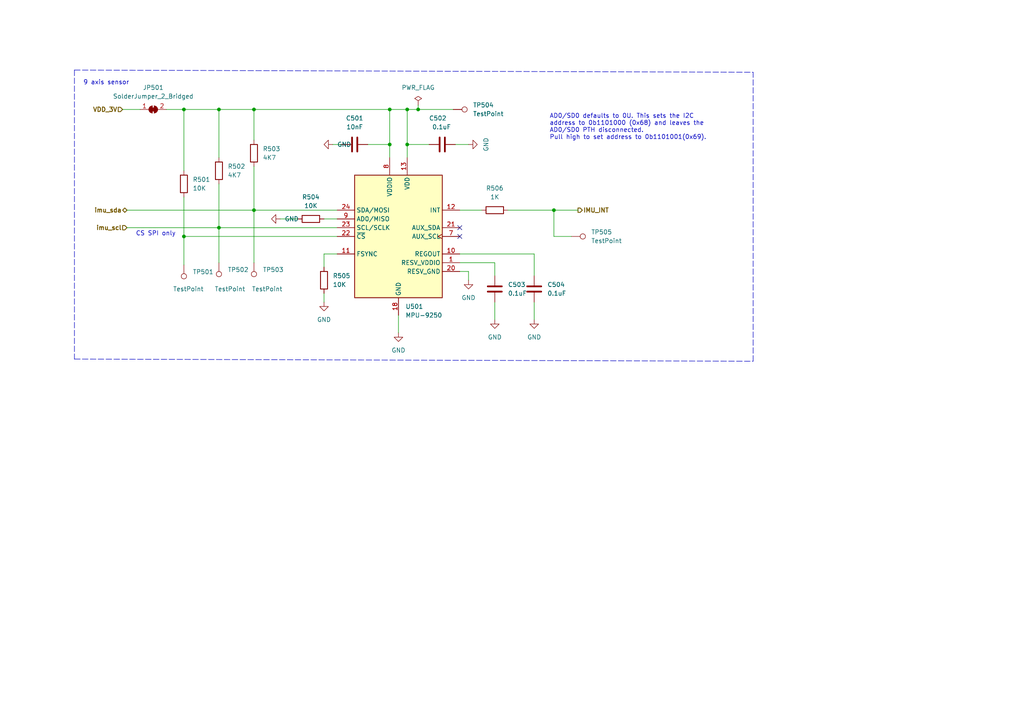
<source format=kicad_sch>
(kicad_sch (version 20211123) (generator eeschema)
  (paper "A4")
  (lib_symbols
    (symbol "Connector:TestPoint" (pin_numbers hide) (pin_names (offset 0.762) hide)
      (property "Reference" "TP" (at 0 6.858 0))
      (property "Value" "TestPoint" (at 0 5.08 0))
      (symbol "TestPoint_0_1"
        (circle (center 0 3.302) (radius 0.762))
      )
      (symbol "TestPoint_1_1"
        (pin passive line (at 0 0 90) (length 2.54) (name "1") (number "1"))
      )
    )
    (symbol "Device:C" (pin_numbers hide) (pin_names (offset 0.254))
      (property "Reference" "C" (at 0.635 2.54 0))
      (property "Value" "C" (at 0.635 -2.54 0))
      (symbol "C_0_1"
        (polyline (pts (xy -2.032 -0.762) (xy 2.032 -0.762)) (stroke (width 0.508)))
        (polyline (pts (xy -2.032 0.762) (xy 2.032 0.762)) (stroke (width 0.508)))
      )
      (symbol "C_1_1"
        (pin passive line (at 0 3.81 270) (length 2.794) (name "~") (number "1"))
        (pin passive line (at 0 -3.81 90) (length 2.794) (name "~") (number "2"))
      )
    )
    (symbol "Device:R" (pin_numbers hide) (pin_names (offset 0))
      (property "Reference" "R" (at 2.032 0 90))
      (property "Value" "R" (at 0 0 90))
      (symbol "R_0_1"
        (rectangle (start -1.016 -2.54) (end 1.016 2.54) (stroke (width 0.254)))
      )
      (symbol "R_1_1"
        (pin passive line (at 0 3.81 270) (length 1.27) (name "~") (number "1"))
        (pin passive line (at 0 -3.81 90) (length 1.27) (name "~") (number "2"))
      )
    )
    (symbol "Jumper:SolderJumper_2_Bridged" (pin_names (offset 0) hide)
      (property "Reference" "JP" (at 0 2.032 0))
      (property "Value" "SolderJumper_2_Bridged" (at 0 -2.54 0))
      (symbol "SolderJumper_2_Bridged_0_1"
        (rectangle (start -0.508 0.508) (end 0.508 -0.508) (fill (type outline)))
        (arc (start -0.254 1.016) (mid -1.27 0) (end -0.254 -1.016))
        (arc (start -0.254 1.016) (mid -1.27 0) (end -0.254 -1.016) (fill (type outline)))
        (polyline (pts (xy -0.254 1.016) (xy -0.254 -1.016)))
        (polyline (pts (xy 0.254 1.016) (xy 0.254 -1.016)))
        (arc (start 0.254 -1.016) (mid 1.27 0) (end 0.254 1.016))
        (arc (start 0.254 -1.016) (mid 1.27 0) (end 0.254 1.016) (fill (type outline)))
      )
      (symbol "SolderJumper_2_Bridged_1_1"
        (pin passive line (at -3.81 0 0) (length 2.54) (name "A") (number "1"))
        (pin passive line (at 3.81 0 180) (length 2.54) (name "B") (number "2"))
      )
    )
    (symbol "Sensor_Motion:MPU-9250"
      (property "Reference" "U" (at -11.43 19.05 0))
      (property "Value" "MPU-9250" (at 7.62 -19.05 0))
      (symbol "MPU-9250_0_1"
        (rectangle (start -12.7 17.78) (end 12.7 -17.78) (stroke (width 0.254)) (fill (type background)))
      )
      (symbol "MPU-9250_1_1"
        (pin input line (at 17.78 -7.62 180) (length 5.08) (name "RESV_VDDIO") (number "1"))
        (pin passive line (at 17.78 -5.08 180) (length 5.08) (name "REGOUT") (number "10"))
        (pin input line (at -17.78 -5.08 0) (length 5.08) (name "FSYNC") (number "11"))
        (pin output line (at 17.78 7.62 180) (length 5.08) (name "INT") (number "12"))
        (pin power_in line (at 2.54 22.86 270) (length 5.08) (name "VDD") (number "13"))
        (pin power_in line (at 0 -22.86 90) (length 5.08) (name "GND") (number "18"))
        (pin power_in line (at 17.78 -10.16 180) (length 5.08) (name "RESV_GND") (number "20"))
        (pin bidirectional line (at 17.78 2.54 180) (length 5.08) (name "AUX_SDA") (number "21"))
        (pin input line (at -17.78 0 0) (length 5.08) (name "~{CS}") (number "22"))
        (pin input line (at -17.78 2.54 0) (length 5.08) (name "SCL/SCLK") (number "23"))
        (pin bidirectional line (at -17.78 7.62 0) (length 5.08) (name "SDA/MOSI") (number "24"))
        (pin output clock (at 17.78 0 180) (length 5.08) (name "AUX_SCL") (number "7"))
        (pin power_in line (at -2.54 22.86 270) (length 5.08) (name "VDDIO") (number "8"))
        (pin bidirectional line (at -17.78 5.08 0) (length 5.08) (name "AD0/MISO") (number "9"))
      )
    )
    (symbol "power:GND" (power) (pin_names (offset 0))
      (property "Value" "GND" (at 0 -3.81 0))
      (symbol "GND_0_1"
        (polyline (pts (xy 0 0) (xy 0 -1.27) (xy 1.27 -1.27) (xy 0 -2.54) (xy -1.27 -1.27) (xy 0 -1.27)))
      )
      (symbol "GND_1_1"
        (pin power_in line (at 0 0 270) (length 0) hide (name "GND") (number "1"))
      )
    )
    (symbol "power:PWR_FLAG" (power) (pin_numbers hide) (pin_names (offset 0) hide)
      (property "Value" "PWR_FLAG" (at 0 3.81 0))
      (symbol "PWR_FLAG_0_0"
        (pin power_out line (at 0 0 90) (length 0) (name "pwr") (number "1"))
      )
      (symbol "PWR_FLAG_0_1"
        (polyline (pts (xy 0 0) (xy 0 1.27) (xy -1.016 1.905) (xy 0 2.54) (xy 1.016 1.905) (xy 0 1.27)))
      )
    )
  )
  (junction (at 63.5 66.04))
  (junction (at 53.34 68.58))
  (junction (at 160.655 60.96))
  (junction (at 113.03 31.75))
  (junction (at 73.66 60.96))
  (junction (at 118.11 31.75))
  (junction (at 113.03 41.91))
  (junction (at 121.285 31.75))
  (junction (at 53.34 31.75))
  (junction (at 73.66 31.75))
  (junction (at 118.11 41.91))
  (junction (at 63.5 31.75))
  (no_connect (at 133.35 68.58))
  (no_connect (at 133.35 66.04))
  (wire (pts (xy 93.98 73.66) (xy 93.98 77.47)))
  (wire (pts (xy 93.98 85.09) (xy 93.98 87.63)))
  (wire (pts (xy 118.11 41.91) (xy 124.46 41.91)))
  (wire (pts (xy 118.11 31.75) (xy 113.03 31.75)))
  (wire (pts (xy 154.94 87.63) (xy 154.94 92.71)))
  (wire (pts (xy 143.51 87.63) (xy 143.51 92.71)))
  (polyline (pts (xy 21.59 20.32) (xy 218.44 20.955)))
  (wire (pts (xy 133.35 73.66) (xy 154.94 73.66)))
  (wire (pts (xy 113.03 45.72) (xy 113.03 41.91)))
  (wire (pts (xy 113.03 31.75) (xy 113.03 41.91)))
  (wire (pts (xy 118.11 41.91) (xy 118.11 31.75)))
  (wire (pts (xy 133.35 76.2) (xy 143.51 76.2)))
  (wire (pts (xy 53.34 57.15) (xy 53.34 68.58)))
  (wire (pts (xy 118.11 45.72) (xy 118.11 41.91)))
  (wire (pts (xy 63.5 66.04) (xy 63.5 76.2)))
  (wire (pts (xy 135.89 78.74) (xy 135.89 81.28)))
  (polyline (pts (xy 218.44 104.775) (xy 218.44 20.955)))
  (wire (pts (xy 73.66 31.75) (xy 73.66 40.64)))
  (wire (pts (xy 133.35 60.96) (xy 139.7 60.96)))
  (wire (pts (xy 118.11 31.75) (xy 121.285 31.75)))
  (wire (pts (xy 81.28 63.5) (xy 86.36 63.5)))
  (wire (pts (xy 73.66 48.26) (xy 73.66 60.96)))
  (polyline (pts (xy 21.59 104.14) (xy 218.44 104.775)))
  (wire (pts (xy 53.34 68.58) (xy 97.79 68.58)))
  (wire (pts (xy 53.34 31.75) (xy 63.5 31.75)))
  (wire (pts (xy 53.34 68.58) (xy 53.34 76.835)))
  (wire (pts (xy 73.66 60.96) (xy 73.66 76.2)))
  (wire (pts (xy 36.83 60.96) (xy 73.66 60.96)))
  (wire (pts (xy 36.83 66.04) (xy 63.5 66.04)))
  (wire (pts (xy 63.5 31.75) (xy 73.66 31.75)))
  (wire (pts (xy 73.66 31.75) (xy 113.03 31.75)))
  (wire (pts (xy 160.655 60.96) (xy 167.64 60.96)))
  (wire (pts (xy 53.34 31.75) (xy 53.34 49.53)))
  (wire (pts (xy 132.08 41.91) (xy 135.89 41.91)))
  (wire (pts (xy 165.735 68.58) (xy 160.655 68.58)))
  (wire (pts (xy 121.285 31.75) (xy 131.445 31.75)))
  (wire (pts (xy 93.98 63.5) (xy 97.79 63.5)))
  (polyline (pts (xy 21.59 20.32) (xy 21.59 104.14)))
  (wire (pts (xy 143.51 76.2) (xy 143.51 80.01)))
  (wire (pts (xy 133.35 78.74) (xy 135.89 78.74)))
  (wire (pts (xy 113.03 41.91) (xy 106.68 41.91)))
  (wire (pts (xy 63.5 66.04) (xy 97.79 66.04)))
  (wire (pts (xy 154.94 73.66) (xy 154.94 80.01)))
  (wire (pts (xy 63.5 53.34) (xy 63.5 66.04)))
  (wire (pts (xy 147.32 60.96) (xy 160.655 60.96)))
  (wire (pts (xy 121.285 30.48) (xy 121.285 31.75)))
  (wire (pts (xy 97.79 73.66) (xy 93.98 73.66)))
  (wire (pts (xy 115.57 91.44) (xy 115.57 96.52)))
  (wire (pts (xy 63.5 31.75) (xy 63.5 45.72)))
  (wire (pts (xy 96.52 41.91) (xy 99.06 41.91)))
  (wire (pts (xy 160.655 60.96) (xy 160.655 68.58)))
  (wire (pts (xy 40.64 31.75) (xy 35.56 31.75)))
  (wire (pts (xy 53.34 31.75) (xy 48.26 31.75)))
  (wire (pts (xy 73.66 60.96) (xy 97.79 60.96)))
  (text "9 axis sensor" (at 24.13 24.765 0) (effects (font (size 1.27 1.27)) (justify left bottom)))
  (text "CS SPI only" (at 39.37 68.58 0) (effects (font (size 1.27 1.27)) (justify left bottom)))
  (text "AD0/SD0 defaults to 0U. This sets the I2C \naddress to 0b1101000 (0x68) and leaves the \nAD0/SD0 PTH disconnected.\nPull high to set address to 0b1101001(0x69)." (at 159.385 40.64 0) (effects (font (size 1.27 1.27)) (justify left bottom)))
  (hierarchical_label "imu_sda" (shape bidirectional) (at 36.83 60.96 180) (effects (font bold)))
  (hierarchical_label "VDD_3V" (shape input) (at 35.56 31.75 180) (effects (font bold)))
  (hierarchical_label "imu_scl" (shape input) (at 36.83 66.04 180) (effects (font bold)))
  (hierarchical_label "IMU_INT" (shape output) (at 167.64 60.96 0) (effects (font bold)))
  (symbol (lib_id "Connector:TestPoint") (at 131.445 31.75 270) (unit 1)
    (property "Reference" "TP504" (at 137.16 30.4799 90) (effects (justify left)))
    (property "Value" "TestPoint" (at 137.16 33.0199 90) (effects (justify left)))
  )
  (symbol (lib_id "Sensor_Motion:MPU-9250") (at 115.57 68.58 0) (unit 1)
    (property "Reference" "U501" (at 117.5894 88.9 0) (effects (justify left)))
    (property "Value" "MPU-9250" (at 117.5894 91.44 0) (effects (justify left)))
    (property "Footprint" "Sensor_Motion:InvenSense_QFN-24_3x3mm_P0.4mm" (effects hide))
    (property "Datasheet" "https://store.invensense.com/datasheets/invensense/MPU9250REV1.0.pdf" (effects hide))
  )
  (symbol (lib_id "Device:C") (at 154.94 83.82 0) (unit 1)
    (property "Reference" "C504" (at 158.75 82.5499 0) (effects (justify left)))
    (property "Value" "0.1uF" (at 158.75 85.0899 0) (effects (justify left)))
  )
  (symbol (lib_id "Device:C") (at 143.51 83.82 0) (unit 1)
    (property "Reference" "C503" (at 147.32 82.5499 0) (effects (justify left)))
    (property "Value" "0.1uF" (at 147.32 85.0899 0) (effects (justify left)))
  )
  (symbol (lib_id "power:GND") (at 135.89 41.91 90) (unit 1)
    (property "Reference" "#PWR0505" (effects hide))
    (property "Value" "~" (at 140.97 41.91 0))
  )
  (symbol (lib_id "Connector:TestPoint") (at 165.735 68.58 270) (unit 1)
    (property "Reference" "TP505" (at 171.45 67.3099 90) (effects (justify left)))
    (property "Value" "TestPoint" (at 171.45 69.8499 90) (effects (justify left)))
  )
  (symbol (lib_id "power:GND") (at 143.51 92.71 0) (unit 1)
    (property "Reference" "#PWR0507" (effects hide))
    (property "Value" "GND" (at 143.51 97.79 0))
  )
  (symbol (lib_id "power:GND") (at 115.57 96.52 0) (unit 1)
    (property "Reference" "#PWR0504" (effects hide))
    (property "Value" "~" (at 115.57 101.6 0))
  )
  (symbol (lib_id "Device:R") (at 63.5 49.53 0) (unit 1)
    (property "Reference" "R502" (at 66.04 48.2599 0) (effects (justify left)))
    (property "Value" "4K7" (at 66.04 50.7999 0) (effects (justify left)))
  )
  (symbol (lib_id "Device:R") (at 90.17 63.5 90) (unit 1)
    (property "Reference" "R504" (at 90.17 57.15 90))
    (property "Value" "10K" (at 90.17 59.69 90))
  )
  (symbol (lib_id "Device:R") (at 93.98 81.28 0) (unit 1)
    (property "Reference" "R505" (at 96.52 80.0099 0) (effects (justify left)))
    (property "Value" "10K" (at 96.52 82.5499 0) (effects (justify left)))
  )
  (symbol (lib_id "Connector:TestPoint") (at 63.5 76.2 180) (unit 1)
    (property "Reference" "TP502" (at 66.04 78.2319 0) (effects (justify right)))
    (property "Value" "TestPoint" (at 62.23 83.82 0) (effects (justify right)))
  )
  (symbol (lib_id "power:GND") (at 93.98 87.63 0) (unit 1)
    (property "Reference" "#PWR0502" (effects hide))
    (property "Value" "~" (at 93.98 92.71 0))
  )
  (symbol (lib_id "Device:C") (at 128.27 41.91 90) (unit 1)
    (property "Reference" "C502" (at 129.54 34.29 90) (effects (justify left)))
    (property "Value" "0.1uF" (at 130.81 36.83 90) (effects (justify left)))
  )
  (symbol (lib_id "power:PWR_FLAG") (at 121.285 30.48 0) (unit 1)
    (property "Reference" "#FLG0106" (effects hide))
    (property "Value" "PWR_FLAG" (at 121.285 25.4 0))
  )
  (symbol (lib_id "Connector:TestPoint") (at 53.34 76.835 180) (unit 1)
    (property "Reference" "TP501" (at 55.88 78.8669 0) (effects (justify right)))
    (property "Value" "TestPoint" (at 50.165 83.82 0) (effects (justify right)))
  )
  (symbol (lib_id "Device:R") (at 73.66 44.45 0) (unit 1)
    (property "Reference" "R503" (at 76.2 43.1799 0) (effects (justify left)))
    (property "Value" "4K7" (at 76.2 45.7199 0) (effects (justify left)))
  )
  (symbol (lib_id "Device:R") (at 53.34 53.34 0) (unit 1)
    (property "Reference" "R501" (at 55.88 52.0699 0) (effects (justify left)))
    (property "Value" "10K" (at 55.88 54.6099 0) (effects (justify left)))
  )
  (symbol (lib_id "Device:R") (at 143.51 60.96 90) (unit 1)
    (property "Reference" "R506" (at 143.51 54.61 90))
    (property "Value" "1K" (at 143.51 57.15 90))
  )
  (symbol (lib_id "power:GND") (at 154.94 92.71 0) (unit 1)
    (property "Reference" "#PWR0508" (effects hide))
    (property "Value" "~" (at 154.94 97.79 0))
  )
  (symbol (lib_id "Device:C") (at 102.87 41.91 90) (unit 1)
    (property "Reference" "C501" (at 102.87 34.29 90))
    (property "Value" "10nF" (at 102.87 36.83 90))
  )
  (symbol (lib_id "power:GND") (at 135.89 81.28 0) (unit 1)
    (property "Reference" "#PWR0506" (effects hide))
    (property "Value" "~" (at 135.89 86.36 0))
  )
  (symbol (lib_id "Connector:TestPoint") (at 73.66 76.2 180) (unit 1)
    (property "Reference" "TP503" (at 76.2 78.2319 0) (effects (justify right)))
    (property "Value" "TestPoint" (at 73.025 83.82 0) (effects (justify right)))
  )
  (symbol (lib_id "power:GND") (at 96.52 41.91 270) (unit 1)
    (property "Reference" "#PWR0503" (effects hide))
    (property "Value" "~" (at 97.79 41.9099 90) (effects (justify left)))
  )
  (symbol (lib_id "Jumper:SolderJumper_2_Bridged") (at 44.45 31.75 0) (unit 1)
    (property "Reference" "JP501" (at 44.45 25.4 0))
    (property "Value" "SolderJumper_2_Bridged" (at 44.45 27.94 0))
  )
  (symbol (lib_id "power:GND") (at 81.28 63.5 270) (unit 1)
    (property "Reference" "#PWR0501" (effects hide))
    (property "Value" "~" (at 82.55 63.4999 90) (effects (justify left)))
  )
)
</source>
